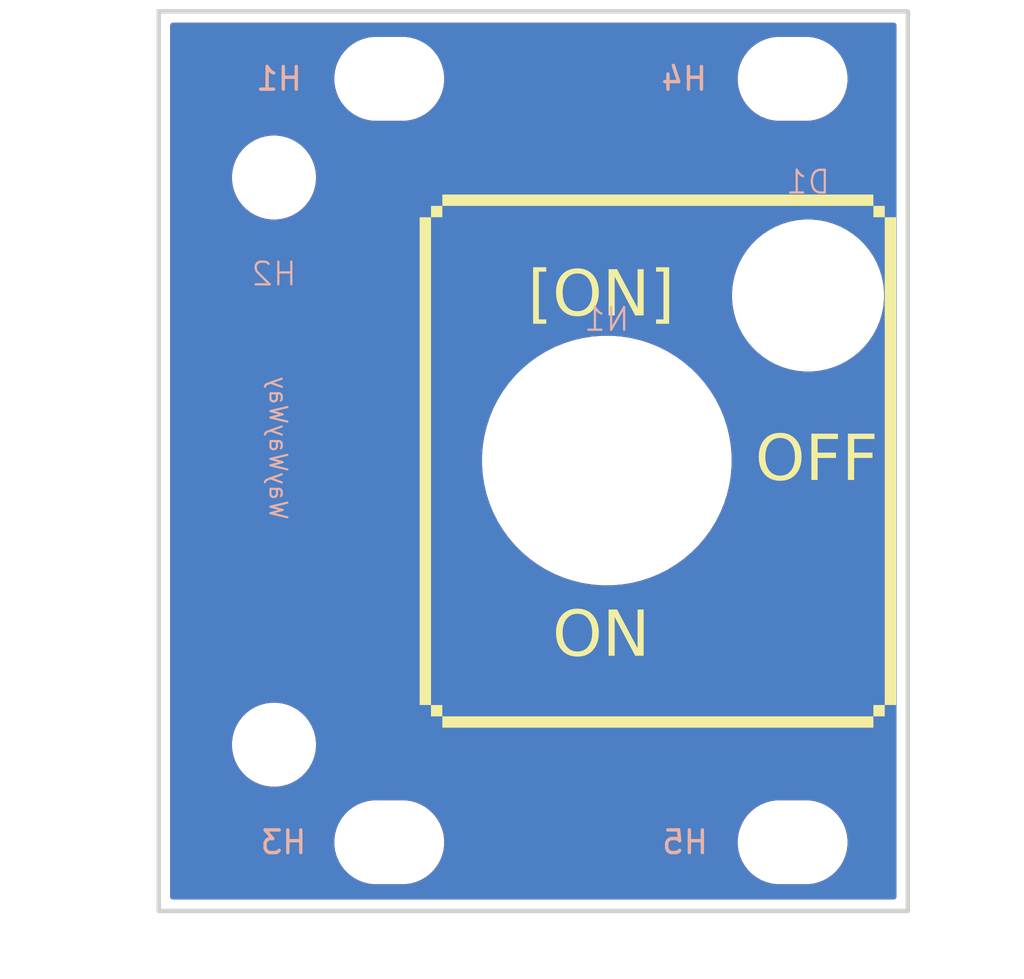
<source format=kicad_pcb>
(kicad_pcb (version 20241229) (generator "pcbnew") (generator_version "9.0")
  (layers (0 "F.Cu" signal) (2 "B.Cu" signal) (13 "F.Paste" user) (15 "B.Paste" user) (5 "F.SilkS" user "F.Silkscreen") (7 "B.SilkS" user "B.Silkscreen") (1 "F.Mask" user) (3 "B.Mask" user) (25 "Edge.Cuts" user))
  (net 0 "")
  (footprint "EXC:6mm_Panel_Mount_LED" (layer "F.Cu") (at 28.62 14.95)
    (property "Reference" "D1" (at 0 -5 0) (layer "B.SilkS") (effects (font (thickness 0.1)) (justify mirror)))
    (property "Value" "6mm_Panel_Mount_LED")
    (pad "" np_thru_hole circle (at 0 0) (size 6.2 6.2) (drill 6.2) (layers "*.Cu" "*.Mask"))
  )
  (footprint "EXC:Handle_1UM3P25_A" (layer "F.Cu") (at 5.08 9.75)
    (property "Reference" "H2" (at 0 4.25 0) (layer "B.SilkS") (effects (font (thickness 0.1)) (justify mirror)))
    (property "Value" "Handle_1UM3P25_PanelMount_A")
    (pad "" np_thru_hole circle (at 0 0) (size 3.2 3.2) (drill 3.2) (layers "*.Cu" "*.Mask"))
    (pad "" np_thru_hole circle (at 0 25) (size 3.2 3.2) (drill 3.2) (layers "*.Cu" "*.Mask"))
  )
  (footprint "EXC:MountingHole_3.2mm_M3" (layer "F.Cu") (at 27.94 5.4)
    (property "Reference" "H4" (at -3.683 0 0) (layer "B.SilkS") (effects (justify left mirror)))
    (property "Value" "Eurorack_M3_MountingHole")
    (pad "" np_thru_hole oval (at 0 0) (size 4.34 3.2) (drill oval 4.34 3.2) (layers "*.Cu" "*.Mask"))
  )
  (footprint "EXC:M6_Nut_Hole" (layer "F.Cu") (at 19.75 22.225)
    (property "Reference" "N1" (at 0 -6.225 0) (layer "B.SilkS") (effects (font (thickness 0.1)) (justify mirror)))
    (property "Value" "M6_Nut_Hole")
    (pad "" np_thru_hole circle (at 0 0) (size 10.5 10.5) (drill 10.5) (layers "*.Cu" "*.Mask"))
  )
  (footprint "EXC:MountingHole_3.2mm_M3" (layer "F.Cu") (at 27.94 39.05)
    (property "Reference" "H5" (at -5.84 0 0) (layer "B.SilkS") (effects (justify right mirror)))
    (property "Value" "Eurorack_M3_MountingHole")
    (pad "" np_thru_hole oval (at 0 0) (size 4.34 3.2) (drill oval 4.34 3.2) (layers "*.Cu" "*.Mask"))
  )
  (footprint "EXC:MountingHole_3.2mm_M3" (layer "F.Cu") (at 10.16 39.05)
    (property "Reference" "H3" (at -5.76 0 0) (layer "B.SilkS") (effects (justify right mirror)))
    (property "Value" "Eurorack_M3_MountingHole")
    (pad "" np_thru_hole oval (at 0 0) (size 4.34 3.2) (drill oval 4.34 3.2) (layers "*.Cu" "*.Mask"))
  )
  (footprint "EXC:MountingHole_3.2mm_M3" (layer "F.Cu") (at 10.16 5.4)
    (property "Reference" "H1" (at -4.86 0 0) (layer "B.SilkS") (effects (justify mirror)))
    (property "Value" "Eurorack_M3_MountingHole")
    (pad "" np_thru_hole oval (at 0 0) (size 4.34 3.2) (drill oval 4.34 3.2) (layers "*.Cu" "*.Mask"))
  )
  (gr_rect (start 12.5 33.5) (end 31.5 34) (fill yes) (layer "F.SilkS"))
  (gr_rect (start 31.5 33) (end 32 33.5) (fill yes) (layer "F.SilkS"))
  (gr_rect (start 12 33) (end 12.5 33.5) (fill yes) (layer "F.SilkS"))
  (gr_rect (start 12 11) (end 12.5 11.5) (fill yes) (layer "F.SilkS"))
  (gr_rect (start 11.5 11.5) (end 12 33) (fill yes) (layer "F.SilkS"))
  (gr_rect (start 12.5 10.5) (end 31.5 11) (fill yes) (layer "F.SilkS"))
  (gr_rect (start 32 11.5) (end 32.5 33) (fill yes) (layer "F.SilkS"))
  (gr_rect (start 31.5 11) (end 32 11.5) (fill yes) (layer "F.SilkS"))
  (gr_rect (start 0 2.425) (end 33.02 42.075) (stroke (width 0.2)) (fill no) (layer "Edge.Cuts"))
  (gr_text "OFF" (at 29 22.25 0) (layer "F.SilkS") (effects (font (size 2 2))))
  (gr_text "[ON]" (at 19.5 15 0) (layer "F.SilkS") (effects (font (size 2 2))))
  (gr_text "ON" (at 19.5 30 0) (layer "F.SilkS") (effects (font (size 2 2))))
  (gr_text "WayWayWay" (at 4.826 24.892 270) (layer "B.SilkS") (effects (font (size 0.75 0.75) (thickness 0.09375)) (justify left bottom mirror)))
  (zone (net 0) (net_name "") (layer "F.Cu") (name "Filled.Top") (connect_pads (clearance 0.5)) (min_thickness 0.25) (fill yes (thermal_gap 0.5) (thermal_bridge_width 0.5) (island_removal_mode 1) (island_area_min 10))
    (polygon (pts (xy 0 2.5) (xy 33 2.5) (xy 33 42) (xy 0 42)))
  )
  (zone (net 0) (net_name "") (layer "B.Cu") (name "Filled.Bottom") (priority 1) (connect_pads (clearance 0.5)) (min_thickness 0.25) (fill yes (thermal_gap 0.5) (thermal_bridge_width 0.5) (island_removal_mode 1) (island_area_min 10))
    (polygon (pts (xy 0 2.5) (xy 33 2.5) (xy 33 42) (xy 0 42)))
  )
)
</source>
